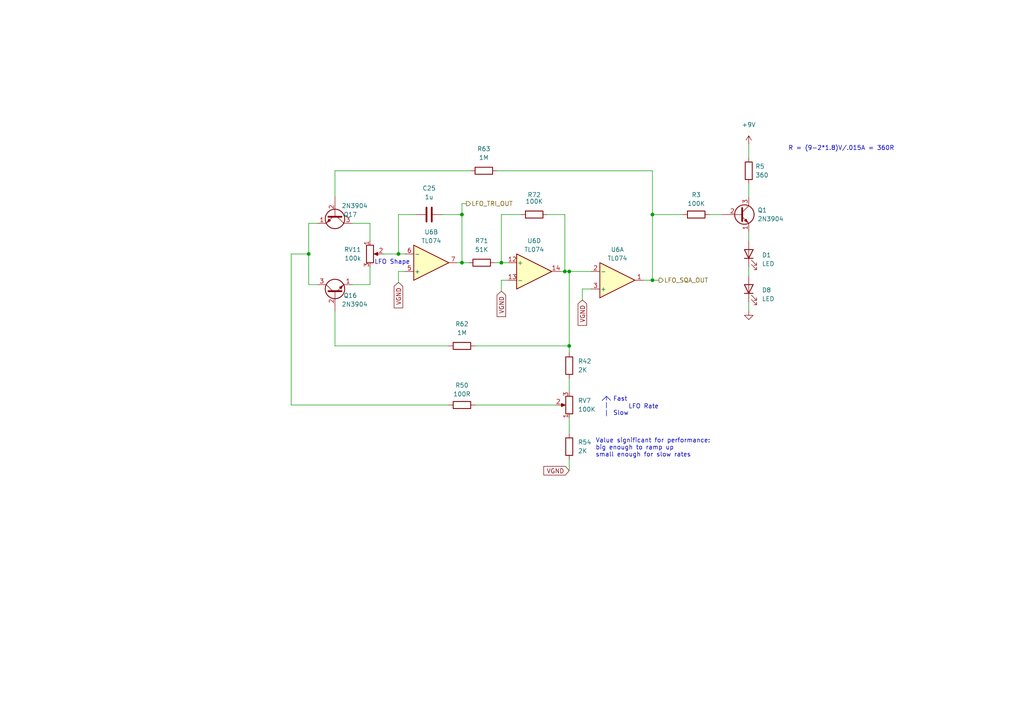
<source format=kicad_sch>
(kicad_sch (version 20211123) (generator eeschema)
  (paper "A4")
  (title_block (title "LivSynth - LFO") (date "2022-07-18") (rev "${Version}") (company "SloBlo Labs"))
  (lib_symbols
    (symbol "Amplifier_Operational:TL074" (pin_names (offset 0.127))
      (property "Reference" "U" (at 0 5.08 0))
      (property "Value" "TL074" (at 0 -5.08 0))
      (symbol "TL074_1_1"
        (polyline (pts (xy -5.08 5.08) (xy 5.08 0) (xy -5.08 -5.08) (xy -5.08 5.08)) (stroke (width 0.254)) (fill (type background)))
        (pin output line (at 7.62 0 180) (length 2.54) (name "~") (number "1"))
        (pin input line (at -7.62 -2.54 0) (length 2.54) (name "-") (number "2"))
        (pin input line (at -7.62 2.54 0) (length 2.54) (name "+") (number "3"))
      )
      (symbol "TL074_2_1"
        (polyline (pts (xy -5.08 5.08) (xy 5.08 0) (xy -5.08 -5.08) (xy -5.08 5.08)) (stroke (width 0.254)) (fill (type background)))
        (pin input line (at -7.62 2.54 0) (length 2.54) (name "+") (number "5"))
        (pin input line (at -7.62 -2.54 0) (length 2.54) (name "-") (number "6"))
        (pin output line (at 7.62 0 180) (length 2.54) (name "~") (number "7"))
      )
      (symbol "TL074_3_1"
        (polyline (pts (xy -5.08 5.08) (xy 5.08 0) (xy -5.08 -5.08) (xy -5.08 5.08)) (stroke (width 0.254)) (fill (type background)))
        (pin input line (at -7.62 2.54 0) (length 2.54) (name "+") (number "10"))
        (pin output line (at 7.62 0 180) (length 2.54) (name "~") (number "8"))
        (pin input line (at -7.62 -2.54 0) (length 2.54) (name "-") (number "9"))
      )
      (symbol "TL074_4_1"
        (polyline (pts (xy -5.08 5.08) (xy 5.08 0) (xy -5.08 -5.08) (xy -5.08 5.08)) (stroke (width 0.254)) (fill (type background)))
        (pin input line (at -7.62 2.54 0) (length 2.54) (name "+") (number "12"))
        (pin input line (at -7.62 -2.54 0) (length 2.54) (name "-") (number "13"))
        (pin output line (at 7.62 0 180) (length 2.54) (name "~") (number "14"))
      )
      (symbol "TL074_5_1"
        (pin power_in line (at -2.54 -7.62 90) (length 3.81) (name "V-") (number "11"))
        (pin power_in line (at -2.54 7.62 270) (length 3.81) (name "V+") (number "4"))
      )
    )
    (symbol "Device:C" (pin_numbers hide) (pin_names (offset 0.254))
      (property "Reference" "C" (at 0.635 2.54 0))
      (property "Value" "C" (at 0.635 -2.54 0))
      (symbol "C_0_1"
        (polyline (pts (xy -2.032 -0.762) (xy 2.032 -0.762)) (stroke (width 0.508)))
        (polyline (pts (xy -2.032 0.762) (xy 2.032 0.762)) (stroke (width 0.508)))
      )
      (symbol "C_1_1"
        (pin passive line (at 0 3.81 270) (length 2.794) (name "~") (number "1"))
        (pin passive line (at 0 -3.81 90) (length 2.794) (name "~") (number "2"))
      )
    )
    (symbol "Device:LED" (pin_numbers hide) (pin_names (offset 1.016) hide)
      (property "Reference" "D" (at 0 2.54 0))
      (property "Value" "LED" (at 0 -2.54 0))
      (symbol "LED_0_1"
        (polyline (pts (xy -1.27 -1.27) (xy -1.27 1.27)) (stroke (width 0.254)))
        (polyline (pts (xy -1.27 0) (xy 1.27 0)))
        (polyline (pts (xy 1.27 -1.27) (xy 1.27 1.27) (xy -1.27 0) (xy 1.27 -1.27)) (stroke (width 0.254)))
        (polyline (pts (xy -3.048 -0.762) (xy -4.572 -2.286) (xy -3.81 -2.286) (xy -4.572 -2.286) (xy -4.572 -1.524)))
        (polyline (pts (xy -1.778 -0.762) (xy -3.302 -2.286) (xy -2.54 -2.286) (xy -3.302 -2.286) (xy -3.302 -1.524)))
      )
      (symbol "LED_1_1"
        (pin passive line (at -3.81 0 0) (length 2.54) (name "K") (number "1"))
        (pin passive line (at 3.81 0 180) (length 2.54) (name "A") (number "2"))
      )
    )
    (symbol "Device:R" (pin_numbers hide) (pin_names (offset 0))
      (property "Reference" "R" (at 2.032 0 90))
      (property "Value" "R" (at 0 0 90))
      (symbol "R_0_1"
        (rectangle (start -1.016 -2.54) (end 1.016 2.54) (stroke (width 0.254)))
      )
      (symbol "R_1_1"
        (pin passive line (at 0 3.81 270) (length 1.27) (name "~") (number "1"))
        (pin passive line (at 0 -3.81 90) (length 1.27) (name "~") (number "2"))
      )
    )
    (symbol "Device:R_Potentiometer" (pin_names (offset 1.016) hide)
      (property "Reference" "RV" (at -4.445 0 90))
      (property "Value" "R_Potentiometer" (at -2.54 0 90))
      (symbol "R_Potentiometer_0_1"
        (polyline (pts (xy 2.54 0) (xy 1.524 0)))
        (polyline (pts (xy 1.143 0) (xy 2.286 0.508) (xy 2.286 -0.508) (xy 1.143 0)) (fill (type outline)))
        (rectangle (start 1.016 2.54) (end -1.016 -2.54) (stroke (width 0.254)))
      )
      (symbol "R_Potentiometer_1_1"
        (pin passive line (at 0 3.81 270) (length 1.27) (name "1") (number "1"))
        (pin passive line (at 3.81 0 180) (length 1.27) (name "2") (number "2"))
        (pin passive line (at 0 -3.81 90) (length 1.27) (name "3") (number "3"))
      )
    )
    (symbol "Transistor_BJT:2N3904" (pin_names (offset 0) hide)
      (property "Reference" "Q" (at 5.08 1.905 0))
      (property "Value" "2N3904" (at 5.08 0 0))
      (symbol "2N3904_0_1"
        (polyline (pts (xy 0.635 0.635) (xy 2.54 2.54)))
        (polyline (pts (xy 0.635 -0.635) (xy 2.54 -2.54) (xy 2.54 -2.54)))
        (polyline (pts (xy 0.635 1.905) (xy 0.635 -1.905) (xy 0.635 -1.905)) (stroke (width 0.508)))
        (polyline (pts (xy 1.27 -1.778) (xy 1.778 -1.27) (xy 2.286 -2.286) (xy 1.27 -1.778) (xy 1.27 -1.778)) (fill (type outline)))
        (circle (center 1.27 0) (radius 2.8194) (stroke (width 0.254)))
      )
      (symbol "2N3904_1_1"
        (pin passive line (at 2.54 -5.08 90) (length 2.54) (name "E") (number "1"))
        (pin passive line (at -5.08 0 0) (length 5.715) (name "B") (number "2"))
        (pin passive line (at 2.54 5.08 270) (length 2.54) (name "C") (number "3"))
      )
    )
    (symbol "power:+9V" (power) (pin_names (offset 0))
      (property "Value" "+9V" (at 0 3.556 0))
      (symbol "+9V_0_1"
        (polyline (pts (xy -0.762 1.27) (xy 0 2.54)))
        (polyline (pts (xy 0 0) (xy 0 2.54)))
        (polyline (pts (xy 0 2.54) (xy 0.762 1.27)))
      )
      (symbol "+9V_1_1"
        (pin power_in line (at 0 0 90) (length 0) hide (name "+9V") (number "1"))
      )
    )
    (symbol "power:GND" (power) (pin_names (offset 0))
      (property "Value" "GND" (at 0 -3.81 0))
      (symbol "GND_0_1"
        (polyline (pts (xy 0 0) (xy 0 -1.27) (xy 1.27 -1.27) (xy 0 -2.54) (xy -1.27 -1.27) (xy 0 -1.27)))
      )
      (symbol "GND_1_1"
        (pin power_in line (at 0 0 270) (length 0) hide (name "GND") (number "1"))
      )
    )
  )
  (junction (at 189.23 81.28))
  (junction (at 145.415 76.2))
  (junction (at 133.985 76.2))
  (junction (at 163.83 78.74))
  (junction (at 133.985 62.23))
  (junction (at 89.535 73.66))
  (junction (at 165.1 100.33))
  (junction (at 165.1 78.74))
  (junction (at 189.23 62.23))
  (junction (at 115.57 73.66))
  (wire (pts (xy 189.23 49.53) (xy 189.23 62.23)))
  (wire (pts (xy 217.17 41.91) (xy 217.17 45.72)))
  (wire (pts (xy 137.795 117.475) (xy 161.29 117.475)))
  (wire (pts (xy 217.17 53.34) (xy 217.17 57.15)))
  (polyline (pts (xy 175.895 114.935) (xy 177.165 116.205)))
  (wire (pts (xy 133.985 76.2) (xy 135.89 76.2)))
  (wire (pts (xy 162.56 78.74) (xy 163.83 78.74)))
  (wire (pts (xy 133.985 62.23) (xy 133.985 76.2)))
  (wire (pts (xy 144.145 49.53) (xy 189.23 49.53)))
  (wire (pts (xy 115.57 62.23) (xy 115.57 73.66)))
  (wire (pts (xy 97.155 49.53) (xy 136.525 49.53)))
  (wire (pts (xy 133.985 59.055) (xy 135.255 59.055)))
  (wire (pts (xy 128.27 62.23) (xy 133.985 62.23)))
  (wire (pts (xy 165.1 133.35) (xy 165.1 136.525)))
  (wire (pts (xy 102.235 82.55) (xy 107.315 82.55)))
  (wire (pts (xy 189.23 62.23) (xy 189.23 81.28)))
  (wire (pts (xy 107.315 82.55) (xy 107.315 77.47)))
  (wire (pts (xy 165.1 78.74) (xy 171.45 78.74)))
  (wire (pts (xy 89.535 82.55) (xy 89.535 73.66)))
  (wire (pts (xy 165.1 121.285) (xy 165.1 125.73)))
  (wire (pts (xy 189.23 81.28) (xy 191.135 81.28)))
  (wire (pts (xy 145.415 84.455) (xy 145.415 81.28)))
  (wire (pts (xy 145.415 62.23) (xy 145.415 76.2)))
  (wire (pts (xy 137.795 100.33) (xy 165.1 100.33)))
  (wire (pts (xy 120.65 62.23) (xy 115.57 62.23)))
  (wire (pts (xy 163.83 62.23) (xy 163.83 78.74)))
  (wire (pts (xy 132.715 76.2) (xy 133.985 76.2)))
  (wire (pts (xy 97.155 57.15) (xy 97.155 49.53)))
  (wire (pts (xy 130.175 100.33) (xy 97.155 100.33)))
  (wire (pts (xy 89.535 64.77) (xy 92.075 64.77)))
  (wire (pts (xy 189.23 81.28) (xy 186.69 81.28)))
  (polyline (pts (xy 175.895 120.65) (xy 175.895 114.935)))
  (wire (pts (xy 84.455 73.66) (xy 89.535 73.66)))
  (wire (pts (xy 205.74 62.23) (xy 209.55 62.23)))
  (wire (pts (xy 107.315 64.77) (xy 107.315 69.85)))
  (wire (pts (xy 84.455 117.475) (xy 84.455 73.66)))
  (wire (pts (xy 111.125 73.66) (xy 115.57 73.66)))
  (wire (pts (xy 102.235 64.77) (xy 107.315 64.77)))
  (polyline (pts (xy 174.625 116.205) (xy 175.895 114.935)))
  (wire (pts (xy 165.1 100.33) (xy 165.1 102.235)))
  (wire (pts (xy 217.17 67.31) (xy 217.17 69.85)))
  (wire (pts (xy 130.175 117.475) (xy 84.455 117.475)))
  (wire (pts (xy 165.1 78.74) (xy 165.1 100.33)))
  (wire (pts (xy 89.535 73.66) (xy 89.535 64.77)))
  (wire (pts (xy 145.415 81.28) (xy 147.32 81.28)))
  (wire (pts (xy 151.13 62.23) (xy 145.415 62.23)))
  (wire (pts (xy 115.57 73.66) (xy 117.475 73.66)))
  (wire (pts (xy 165.1 109.855) (xy 165.1 113.665)))
  (wire (pts (xy 158.75 62.23) (xy 163.83 62.23)))
  (wire (pts (xy 143.51 76.2) (xy 145.415 76.2)))
  (wire (pts (xy 168.91 83.82) (xy 171.45 83.82)))
  (wire (pts (xy 117.475 78.74) (xy 115.57 78.74)))
  (wire (pts (xy 97.155 100.33) (xy 97.155 90.17)))
  (wire (pts (xy 92.075 82.55) (xy 89.535 82.55)))
  (wire (pts (xy 163.83 78.74) (xy 165.1 78.74)))
  (wire (pts (xy 217.17 77.47) (xy 217.17 80.01)))
  (wire (pts (xy 189.23 62.23) (xy 198.12 62.23)))
  (wire (pts (xy 115.57 78.74) (xy 115.57 81.915)))
  (wire (pts (xy 168.91 86.995) (xy 168.91 83.82)))
  (wire (pts (xy 133.985 59.055) (xy 133.985 62.23)))
  (wire (pts (xy 145.415 76.2) (xy 147.32 76.2)))
  (wire (pts (xy 217.17 87.63) (xy 217.17 90.17)))
  (text "LFO Shape" (at 108.585 76.835 0) (effects (font (size 1.27 1.27)) (justify left bottom)))
  (text "LFO Rate" (at 182.245 118.745 0) (effects (font (size 1.27 1.27)) (justify left bottom)))
  (text "Fast\n\nSlow" (at 177.8 120.65 0) (effects (font (size 1.27 1.27)) (justify left bottom)))
  (text "R = (9-2*1.8)V/.015A = 360R" (at 228.6 43.815 0) (effects (font (size 1.27 1.27)) (justify left bottom)))
  (text "Value significant for performance:\nbig enough to ramp up\nsmall enough for slow rates" (at 172.72 132.715 0) (effects (font (size 1.27 1.27)) (justify left bottom)))
  (global_label "VGND" (shape input) (at 165.1 136.525 180) (property "Intersheet References" "${INTERSHEET_REFS}" (effects hide)))
  (global_label "VGND" (shape input) (at 145.415 84.455 270) (property "Intersheet References" "${INTERSHEET_REFS}" (effects hide)))
  (global_label "VGND" (shape input) (at 168.91 86.995 270) (property "Intersheet References" "${INTERSHEET_REFS}" (effects hide)))
  (global_label "VGND" (shape input) (at 115.57 81.915 270) (property "Intersheet References" "${INTERSHEET_REFS}" (effects hide)))
  (hierarchical_label "LFO_TRI_OUT" (shape output) (at 135.255 59.055 0))
  (hierarchical_label "LFO_SQA_OUT" (shape output) (at 191.135 81.28 0))
  (symbol (lib_id "Amplifier_Operational:TL074") (at 154.94 78.74 0) (unit 4)
    (property "Reference" "U6" (at 154.94 69.85 0))
    (property "Value" "TL074" (at 154.94 72.39 0))
    (property "Footprint" "Package_SO:SOIC-14_3.9x8.7mm_P1.27mm" (effects hide))
    (property "Datasheet" "http://www.ti.com/lit/ds/symlink/tl071.pdf" (effects hide))
    (property "LCSC" "C2057504" (effects hide))
  )
  (symbol (lib_id "power:GND") (at 217.17 90.17 0) (unit 1)
    (property "Reference" "#PWR045" (effects hide))
    (property "Value" "GND" (effects hide))
  )
  (symbol (lib_id "Device:R") (at 139.7 76.2 90) (unit 1)
    (property "Reference" "R71" (at 139.7 69.85 90))
    (property "Value" "51K" (at 139.7 72.39 90))
    (property "Footprint" "Resistor_THT:R_Axial_DIN0207_L6.3mm_D2.5mm_P7.62mm_Horizontal" (effects hide))
  )
  (symbol (lib_id "Device:R") (at 165.1 129.54 0) (unit 1)
    (property "Reference" "R54" (at 167.64 128.2699 0) (effects (justify left)))
    (property "Value" "2K" (at 167.64 130.8099 0) (effects (justify left)))
    (property "Footprint" "Resistor_THT:R_Axial_DIN0207_L6.3mm_D2.5mm_P7.62mm_Horizontal" (effects hide))
  )
  (symbol (lib_id "Device:C") (at 124.46 62.23 90) (unit 1)
    (property "Reference" "C25" (at 124.46 54.61 90))
    (property "Value" "1u" (at 124.46 57.15 90))
    (property "Footprint" "Capacitor_THT:C_Rect_L7.2mm_W5.5mm_P5.00mm_FKS2_FKP2_MKS2_MKP2" (effects hide))
  )
  (symbol (lib_id "Device:R") (at 217.17 49.53 0) (unit 1)
    (property "Reference" "R5" (at 219.075 48.2599 0) (effects (justify left)))
    (property "Value" "360" (at 219.075 50.7999 0) (effects (justify left)))
    (property "Footprint" "Resistor_THT:R_Axial_DIN0207_L6.3mm_D2.5mm_P7.62mm_Horizontal" (effects hide))
  )
  (symbol (lib_id "Device:R") (at 201.93 62.23 270) (unit 1)
    (property "Reference" "R3" (at 201.93 56.515 90))
    (property "Value" "100K" (at 201.93 59.055 90))
    (property "Footprint" "Resistor_THT:R_Axial_DIN0207_L6.3mm_D2.5mm_P7.62mm_Horizontal" (effects hide))
  )
  (symbol (lib_id "Device:R_Potentiometer") (at 107.315 73.66 0) (unit 1)
    (property "Reference" "RV11" (at 104.775 72.3899 0) (effects (justify right)))
    (property "Value" "100k" (at 104.775 74.9299 0) (effects (justify right)))
    (property "Footprint" "SloBlo:RV141F-40-20BL" (effects hide))
  )
  (symbol (lib_id "Transistor_BJT:2N3904") (at 97.155 85.09 90) (unit 1)
    (property "Reference" "Q16" (at 101.6 85.725 90))
    (property "Value" "2N3904" (at 102.87 88.265 90))
    (property "Footprint" "Package_TO_SOT_THT:TO-92_Inline" (effects hide))
    (property "Datasheet" "https://www.onsemi.com/pub/Collateral/2N3903-D.PDF" (effects hide))
  )
  (symbol (lib_id "Device:R") (at 133.985 117.475 270) (unit 1)
    (property "Reference" "R50" (at 133.985 111.76 90))
    (property "Value" "100R" (at 133.985 114.3 90))
    (property "Footprint" "Resistor_THT:R_Axial_DIN0207_L6.3mm_D2.5mm_P7.62mm_Horizontal" (effects hide))
  )
  (symbol (lib_id "Device:R_Potentiometer") (at 165.1 117.475 180) (unit 1)
    (property "Reference" "RV7" (at 167.64 116.2049 0) (effects (justify right)))
    (property "Value" "100K" (at 167.64 118.7449 0) (effects (justify right)))
    (property "Footprint" "SloBlo:RV141F-40-20BL" (effects hide))
  )
  (symbol (lib_id "Device:R") (at 140.335 49.53 90) (unit 1)
    (property "Reference" "R63" (at 140.335 43.18 90))
    (property "Value" "1M" (at 140.335 45.72 90))
    (property "Footprint" "Resistor_THT:R_Axial_DIN0207_L6.3mm_D2.5mm_P7.62mm_Horizontal" (effects hide))
  )
  (symbol (lib_id "Amplifier_Operational:TL074") (at 125.095 76.2 0) (mirror x) (unit 2)
    (property "Reference" "U6" (at 125.095 67.31 0))
    (property "Value" "TL074" (at 125.095 69.85 0))
    (property "Footprint" "Package_SO:SOIC-14_3.9x8.7mm_P1.27mm" (effects hide))
    (property "Datasheet" "http://www.ti.com/lit/ds/symlink/tl071.pdf" (effects hide))
    (property "LCSC" "C2057504" (effects hide))
  )
  (symbol (lib_id "Transistor_BJT:2N3904") (at 214.63 62.23 0) (unit 1)
    (property "Reference" "Q1" (at 219.71 60.9599 0) (effects (justify left)))
    (property "Value" "2N3904" (at 219.71 63.4999 0) (effects (justify left)))
    (property "Footprint" "Package_TO_SOT_THT:TO-92_Inline" (effects hide))
    (property "Datasheet" "https://www.onsemi.com/pub/Collateral/2N3903-D.PDF" (effects hide))
  )
  (symbol (lib_id "Transistor_BJT:2N3904") (at 97.155 62.23 270) (unit 1)
    (property "Reference" "Q17" (at 101.6 62.23 90))
    (property "Value" "2N3904" (at 102.87 59.69 90))
    (property "Footprint" "Package_TO_SOT_THT:TO-92_Inline" (effects hide))
    (property "Datasheet" "https://www.onsemi.com/pub/Collateral/2N3903-D.PDF" (effects hide))
  )
  (symbol (lib_id "Amplifier_Operational:TL074") (at 179.07 81.28 0) (mirror x) (unit 1)
    (property "Reference" "U6" (at 179.07 72.39 0))
    (property "Value" "TL074" (at 179.07 74.93 0))
    (property "Footprint" "Package_SO:SOIC-14_3.9x8.7mm_P1.27mm" (effects hide))
    (property "Datasheet" "http://www.ti.com/lit/ds/symlink/tl071.pdf" (effects hide))
    (property "LCSC" "C2057504" (effects hide))
  )
  (symbol (lib_id "power:+9V") (at 217.17 41.91 0) (unit 1)
    (property "Reference" "#PWR044" (effects hide))
    (property "Value" "+9V" (at 217.17 36.195 0))
  )
  (symbol (lib_id "Device:LED") (at 217.17 83.82 90) (unit 1)
    (property "Reference" "D8" (at 220.98 84.1374 90) (effects (justify right)))
    (property "Value" "LED" (at 220.98 86.6774 90) (effects (justify right)))
    (property "Footprint" "LED_THT:LED_D5.0mm" (effects hide))
  )
  (symbol (lib_id "Device:R") (at 133.985 100.33 90) (unit 1)
    (property "Reference" "R62" (at 133.985 93.98 90))
    (property "Value" "1M" (at 133.985 96.52 90))
    (property "Footprint" "Resistor_THT:R_Axial_DIN0207_L6.3mm_D2.5mm_P7.62mm_Horizontal" (effects hide))
  )
  (symbol (lib_id "Device:R") (at 154.94 62.23 90) (unit 1)
    (property "Reference" "R72" (at 154.94 56.515 90))
    (property "Value" "100K" (at 154.94 58.42 90))
    (property "Footprint" "Resistor_THT:R_Axial_DIN0207_L6.3mm_D2.5mm_P7.62mm_Horizontal" (effects hide))
  )
  (symbol (lib_id "Device:LED") (at 217.17 73.66 90) (unit 1)
    (property "Reference" "D1" (at 220.98 73.9774 90) (effects (justify right)))
    (property "Value" "LED" (at 220.98 76.5174 90) (effects (justify right)))
    (property "Footprint" "LED_THT:LED_D5.0mm" (effects hide))
  )
  (symbol (lib_id "Device:R") (at 165.1 106.045 0) (unit 1)
    (property "Reference" "R42" (at 167.64 104.7749 0) (effects (justify left)))
    (property "Value" "2K" (at 167.64 107.3149 0) (effects (justify left)))
    (property "Footprint" "Resistor_THT:R_Axial_DIN0207_L6.3mm_D2.5mm_P7.62mm_Horizontal" (effects hide))
  )
)
</source>
